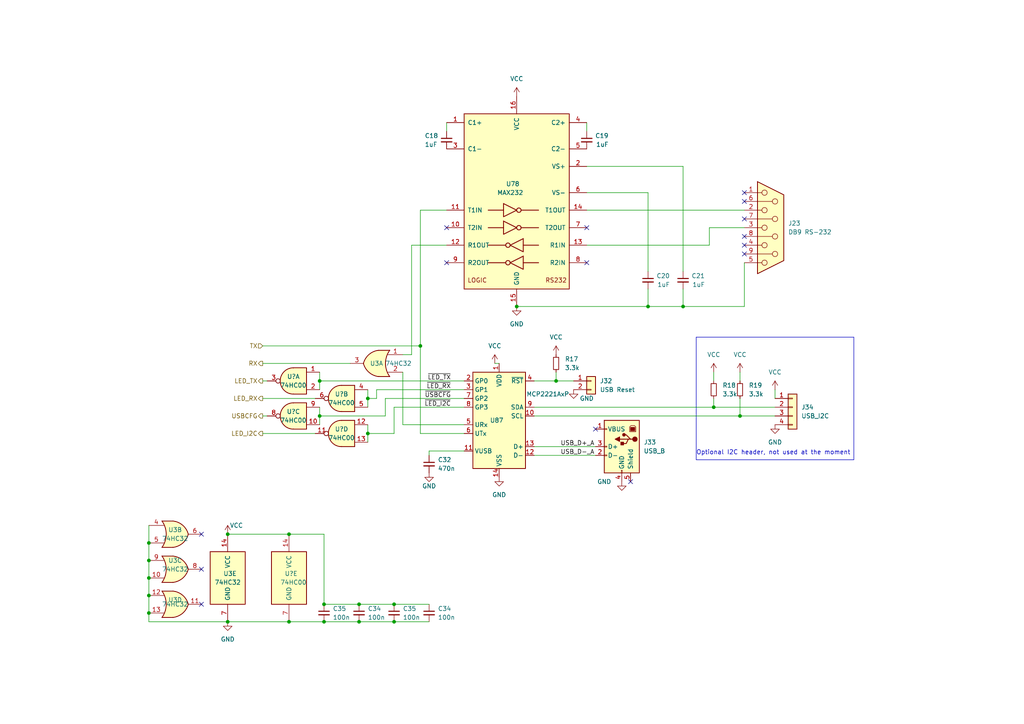
<source format=kicad_sch>
(kicad_sch (version 20230121) (generator eeschema)
  (paper "A4")
  (lib_symbols
    (symbol "74xx:74HC00" (pin_names (offset 1.016))
      (property "Reference" "U" (at 0 1.27 0))
      (property "Value" "74HC00" (at 0 -1.27 0))
      (symbol "74HC00_1_1"
        (pin input line (at -7.62 2.54 0) (length 3.81) (name "~") (number "1"))
        (pin input line (at -7.62 -2.54 0) (length 3.81) (name "~") (number "2"))
        (pin output inverted (at 7.62 0 180) (length 3.81) (name "~") (number "3"))
      )
      (symbol "74HC00_1_2"
        (pin input inverted (at -7.62 2.54 0) (length 4.318) (name "~") (number "1"))
        (pin input inverted (at -7.62 -2.54 0) (length 4.318) (name "~") (number "2"))
        (pin output line (at 7.62 0 180) (length 3.81) (name "~") (number "3"))
      )
      (symbol "74HC00_2_1"
        (pin input line (at -7.62 2.54 0) (length 3.81) (name "~") (number "4"))
        (pin input line (at -7.62 -2.54 0) (length 3.81) (name "~") (number "5"))
        (pin output inverted (at 7.62 0 180) (length 3.81) (name "~") (number "6"))
      )
      (symbol "74HC00_2_2"
        (pin input inverted (at -7.62 2.54 0) (length 4.318) (name "~") (number "4"))
        (pin input inverted (at -7.62 -2.54 0) (length 4.318) (name "~") (number "5"))
        (pin output line (at 7.62 0 180) (length 3.81) (name "~") (number "6"))
      )
      (symbol "74HC00_3_1"
        (pin input line (at -7.62 -2.54 0) (length 3.81) (name "~") (number "10"))
        (pin output inverted (at 7.62 0 180) (length 3.81) (name "~") (number "8"))
        (pin input line (at -7.62 2.54 0) (length 3.81) (name "~") (number "9"))
      )
      (symbol "74HC00_3_2"
        (pin input inverted (at -7.62 -2.54 0) (length 4.318) (name "~") (number "10"))
        (pin output line (at 7.62 0 180) (length 3.81) (name "~") (number "8"))
        (pin input inverted (at -7.62 2.54 0) (length 4.318) (name "~") (number "9"))
      )
      (symbol "74HC00_4_1"
        (pin output inverted (at 7.62 0 180) (length 3.81) (name "~") (number "11"))
        (pin input line (at -7.62 2.54 0) (length 3.81) (name "~") (number "12"))
        (pin input line (at -7.62 -2.54 0) (length 3.81) (name "~") (number "13"))
      )
      (symbol "74HC00_4_2"
        (pin output line (at 7.62 0 180) (length 3.81) (name "~") (number "11"))
        (pin input inverted (at -7.62 2.54 0) (length 4.318) (name "~") (number "12"))
        (pin input inverted (at -7.62 -2.54 0) (length 4.318) (name "~") (number "13"))
      )
      (symbol "74HC00_5_0"
        (pin power_in line (at 0 12.7 270) (length 5.08) (name "VCC") (number "14"))
        (pin power_in line (at 0 -12.7 90) (length 5.08) (name "GND") (number "7"))
      )
    )
    (symbol "Connector:DE9_Receptacle" (pin_names (offset 1.016) hide)
      (property "Reference" "J" (at 0 13.97 0))
      (property "Value" "DE9_Receptacle" (at 0 -14.605 0))
      (symbol "DE9_Receptacle_1_1"
        (pin passive line (at -7.62 10.16 0) (length 3.81) (name "1") (number "1"))
        (pin passive line (at -7.62 5.08 0) (length 3.81) (name "2") (number "2"))
        (pin passive line (at -7.62 0 0) (length 3.81) (name "3") (number "3"))
        (pin passive line (at -7.62 -5.08 0) (length 3.81) (name "4") (number "4"))
        (pin passive line (at -7.62 -10.16 0) (length 3.81) (name "5") (number "5"))
        (pin passive line (at -7.62 7.62 0) (length 3.81) (name "6") (number "6"))
        (pin passive line (at -7.62 2.54 0) (length 3.81) (name "7") (number "7"))
        (pin passive line (at -7.62 -2.54 0) (length 3.81) (name "8") (number "8"))
        (pin passive line (at -7.62 -7.62 0) (length 3.81) (name "9") (number "9"))
      )
    )
    (symbol "Connector_Generic:Conn_01x02" (pin_names (offset 1.016) hide)
      (property "Reference" "J" (at 0 2.54 0))
      (property "Value" "Conn_01x02" (at 0 -5.08 0))
      (symbol "Conn_01x02_1_1"
        (pin passive line (at -5.08 0 0) (length 3.81) (name "Pin_1") (number "1"))
        (pin passive line (at -5.08 -2.54 0) (length 3.81) (name "Pin_2") (number "2"))
      )
    )
    (symbol "Connector_Generic:Conn_01x04" (pin_names (offset 1.016) hide)
      (property "Reference" "J" (at 0 5.08 0))
      (property "Value" "Conn_01x04" (at 0 -7.62 0))
      (symbol "Conn_01x04_1_1"
        (pin passive line (at -5.08 2.54 0) (length 3.81) (name "Pin_1") (number "1"))
        (pin passive line (at -5.08 0 0) (length 3.81) (name "Pin_2") (number "2"))
        (pin passive line (at -5.08 -2.54 0) (length 3.81) (name "Pin_3") (number "3"))
        (pin passive line (at -5.08 -5.08 0) (length 3.81) (name "Pin_4") (number "4"))
      )
    )
    (symbol "Device:C_Small" (pin_numbers hide) (pin_names (offset 0.254) hide)
      (property "Reference" "C" (at 0.254 1.778 0))
      (property "Value" "C_Small" (at 0.254 -2.032 0))
      (symbol "C_Small_1_1"
        (pin passive line (at 0 2.54 270) (length 2.032) (name "~") (number "1"))
        (pin passive line (at 0 -2.54 90) (length 2.032) (name "~") (number "2"))
      )
    )
    (symbol "Device:R_Small" (pin_numbers hide) (pin_names (offset 0.254) hide)
      (property "Reference" "R" (at 0.762 0.508 0))
      (property "Value" "R_Small" (at 0.762 -1.016 0))
      (symbol "R_Small_1_1"
        (pin passive line (at 0 2.54 270) (length 0.762) (name "~") (number "1"))
        (pin passive line (at 0 -2.54 90) (length 0.762) (name "~") (number "2"))
      )
    )
    (symbol "Interface_UART:MAX232" (pin_names (offset 1.016))
      (property "Reference" "U" (at -2.54 28.575 0))
      (property "Value" "MAX232" (at -2.54 26.67 0))
      (symbol "MAX232_0_0"
        (text "LOGIC" (at -11.43 -22.86 0) (effects (font (size 1.27 1.27))))
        (text "RS232" (at 11.43 -22.86 0) (effects (font (size 1.27 1.27))))
      )
      (symbol "MAX232_1_1"
        (pin passive line (at -20.32 22.86 0) (length 5.08) (name "C1+") (number "1"))
        (pin input line (at -20.32 -7.62 0) (length 5.08) (name "T2IN") (number "10"))
        (pin input line (at -20.32 -2.54 0) (length 5.08) (name "T1IN") (number "11"))
        (pin output line (at -20.32 -12.7 0) (length 5.08) (name "R1OUT") (number "12"))
        (pin input line (at 20.32 -12.7 180) (length 5.08) (name "R1IN") (number "13"))
        (pin output line (at 20.32 -2.54 180) (length 5.08) (name "T1OUT") (number "14"))
        (pin power_in line (at 0 -30.48 90) (length 5.08) (name "GND") (number "15"))
        (pin power_in line (at 0 30.48 270) (length 5.08) (name "VCC") (number "16"))
        (pin power_out line (at 20.32 10.16 180) (length 5.08) (name "VS+") (number "2"))
        (pin passive line (at -20.32 15.24 0) (length 5.08) (name "C1-") (number "3"))
        (pin passive line (at 20.32 22.86 180) (length 5.08) (name "C2+") (number "4"))
        (pin passive line (at 20.32 15.24 180) (length 5.08) (name "C2-") (number "5"))
        (pin power_out line (at 20.32 2.54 180) (length 5.08) (name "VS-") (number "6"))
        (pin output line (at 20.32 -7.62 180) (length 5.08) (name "T2OUT") (number "7"))
        (pin input line (at 20.32 -17.78 180) (length 5.08) (name "R2IN") (number "8"))
        (pin output line (at -20.32 -17.78 0) (length 5.08) (name "R2OUT") (number "9"))
      )
    )
    (symbol "Vega816:74HC32" (pin_names (offset 1.016))
      (property "Reference" "U" (at 0 1.27 0))
      (property "Value" "74HC32" (at 0 -1.27 0))
      (symbol "74HC32_1_1"
        (pin input line (at -7.62 2.54 0) (length 4.318) (name "~") (number "1"))
        (pin input line (at -7.62 -2.54 0) (length 4.318) (name "~") (number "2"))
        (pin output line (at 7.62 0 180) (length 3.81) (name "~") (number "3"))
      )
      (symbol "74HC32_1_2"
        (pin input inverted (at -7.62 2.54 0) (length 3.81) (name "~") (number "1"))
        (pin input inverted (at -7.62 -2.54 0) (length 3.81) (name "~") (number "2"))
        (pin output inverted (at 7.62 0 180) (length 3.81) (name "~") (number "3"))
      )
      (symbol "74HC32_2_1"
        (pin input line (at -7.62 2.54 0) (length 4.318) (name "~") (number "4"))
        (pin input line (at -7.62 -2.54 0) (length 4.318) (name "~") (number "5"))
        (pin output line (at 7.62 0 180) (length 3.81) (name "~") (number "6"))
      )
      (symbol "74HC32_2_2"
        (pin input inverted (at -7.62 2.54 0) (length 3.81) (name "~") (number "4"))
        (pin input inverted (at -7.62 -2.54 0) (length 3.81) (name "~") (number "5"))
        (pin output inverted (at 7.62 0 180) (length 3.81) (name "~") (number "6"))
      )
      (symbol "74HC32_3_1"
        (pin input line (at -7.62 -2.54 0) (length 4.318) (name "~") (number "10"))
        (pin output line (at 7.62 0 180) (length 3.81) (name "~") (number "8"))
        (pin input line (at -7.62 2.54 0) (length 4.318) (name "~") (number "9"))
      )
      (symbol "74HC32_3_2"
        (pin input inverted (at -7.62 -2.54 0) (length 3.81) (name "~") (number "10"))
        (pin output inverted (at 7.62 0 180) (length 3.81) (name "~") (number "8"))
        (pin input inverted (at -7.62 2.54 0) (length 3.81) (name "~") (number "9"))
      )
      (symbol "74HC32_4_1"
        (pin output line (at 7.62 0 180) (length 3.81) (name "~") (number "11"))
        (pin input line (at -7.62 2.54 0) (length 4.318) (name "~") (number "12"))
        (pin input line (at -7.62 -2.54 0) (length 4.318) (name "~") (number "13"))
      )
      (symbol "74HC32_4_2"
        (pin output inverted (at 7.62 0 180) (length 3.81) (name "~") (number "11"))
        (pin input inverted (at -7.62 2.54 0) (length 3.81) (name "~") (number "12"))
        (pin input inverted (at -7.62 -2.54 0) (length 3.81) (name "~") (number "13"))
      )
      (symbol "74HC32_5_0"
        (pin power_in line (at 0 12.7 270) (length 5.08) (name "VCC") (number "14"))
        (pin power_in line (at 0 -12.7 90) (length 5.08) (name "GND") (number "7"))
      )
    )
    (symbol "Vega816:MCP2221AxP"
      (property "Reference" "U87" (at -1.27 1.27 0))
      (property "Value" "MCP2221AxP" (at -20.32 8.89 0))
      (symbol "MCP2221AxP_1_1"
        (pin power_in line (at 0 17.78 270) (length 2.54) (name "VDD") (number "1"))
        (pin bidirectional line (at -10.16 2.54 0) (length 2.54) (name "SCL") (number "10"))
        (pin passive line (at 10.16 -7.62 180) (length 2.54) (name "VUSB") (number "11"))
        (pin bidirectional line (at -10.16 -8.89 0) (length 2.54) (name "D-") (number "12"))
        (pin bidirectional line (at -10.16 -6.35 0) (length 2.54) (name "D+") (number "13"))
        (pin power_in line (at 0 -15.24 90) (length 2.54) (name "VSS") (number "14"))
        (pin bidirectional line (at 10.16 12.7 180) (length 2.54) (name "GP0") (number "2"))
        (pin bidirectional line (at 10.16 10.16 180) (length 2.54) (name "GP1") (number "3"))
        (pin input line (at -10.16 12.7 0) (length 2.54) (name "~{RST}") (number "4"))
        (pin output line (at 10.16 0 180) (length 2.54) (name "URx") (number "5"))
        (pin input line (at 10.16 -2.54 180) (length 2.54) (name "UTx") (number "6"))
        (pin bidirectional line (at 10.16 7.62 180) (length 2.54) (name "GP2") (number "7"))
        (pin bidirectional line (at 10.16 5.08 180) (length 2.54) (name "GP3") (number "8"))
        (pin bidirectional line (at -10.16 5.08 0) (length 2.54) (name "SDA") (number "9"))
      )
    )
    (symbol "Vega816:USB_B" (pin_names (offset 1.016))
      (property "Reference" "J34" (at -6.35 1.27 0))
      (property "Value" "USB_B" (at -6.35 -1.27 0))
      (symbol "USB_B_1_1"
        (pin power_out line (at 7.62 5.08 180) (length 2.54) (name "VBUS") (number "1"))
        (pin bidirectional line (at 7.62 -2.54 180) (length 2.54) (name "D-") (number "2"))
        (pin bidirectional line (at 7.62 0 180) (length 2.54) (name "D+") (number "3"))
        (pin power_in line (at 0 -10.16 90) (length 2.54) (name "GND") (number "4"))
        (pin passive line (at -2.54 -10.16 90) (length 2.54) (name "Shield") (number "5"))
      )
    )
    (symbol "power:GND" (power) (pin_names (offset 0))
      (property "Value" "GND" (at 0 -3.81 0))
      (symbol "GND_1_1"
        (pin power_in line (at 0 0 270) (length 0) hide (name "GND") (number "1"))
      )
    )
    (symbol "power:VCC" (power) (pin_names (offset 0))
      (property "Value" "VCC" (at 0 3.81 0))
      (symbol "VCC_1_1"
        (pin power_in line (at 0 0 90) (length 0) hide (name "VCC") (number "1"))
      )
    )
  )
  (junction (at 214.63 120.65))
  (junction (at 187.96 88.9))
  (junction (at 93.98 175.26))
  (junction (at 114.3 180.34))
  (junction (at 207.01 118.11))
  (junction (at 161.29 110.49))
  (junction (at 106.68 115.57))
  (junction (at 83.82 180.34))
  (junction (at 43.18 172.72))
  (junction (at 104.14 180.34))
  (junction (at 66.04 180.34))
  (junction (at 121.92 100.33))
  (junction (at 43.18 177.8))
  (junction (at 104.14 175.26))
  (junction (at 198.12 88.9))
  (junction (at 83.82 154.94))
  (junction (at 43.18 162.56))
  (junction (at 93.98 180.34))
  (junction (at 92.71 110.49))
  (junction (at 92.71 120.65))
  (junction (at 149.86 88.9))
  (junction (at 43.18 157.48))
  (junction (at 114.3 175.26))
  (junction (at 43.18 167.64))
  (junction (at 106.68 125.73))
  (junction (at 66.04 154.94))
  (no_connect (at 58.42 154.94))
  (no_connect (at 215.9 55.88))
  (no_connect (at 58.42 165.1))
  (no_connect (at 215.9 71.12))
  (no_connect (at 215.9 58.42))
  (no_connect (at 172.72 124.46))
  (no_connect (at 215.9 68.58))
  (no_connect (at 170.18 66.04))
  (no_connect (at 170.18 76.2))
  (no_connect (at 129.54 66.04))
  (no_connect (at 182.88 139.7))
  (no_connect (at 129.54 76.2))
  (no_connect (at 215.9 63.5))
  (no_connect (at 215.9 73.66))
  (no_connect (at 58.42 175.26))
  (wire (pts (xy 106.68 123.19) (xy 106.68 125.73)))
  (wire (pts (xy 76.2 105.41) (xy 101.6 105.41)))
  (wire (pts (xy 43.18 180.34) (xy 66.04 180.34)))
  (wire (pts (xy 93.98 154.94) (xy 83.82 154.94)))
  (wire (pts (xy 109.22 115.57) (xy 109.22 113.03)))
  (wire (pts (xy 187.96 83.82) (xy 187.96 88.9)))
  (wire (pts (xy 43.18 167.64) (xy 43.18 172.72)))
  (wire (pts (xy 198.12 83.82) (xy 198.12 88.9)))
  (wire (pts (xy 170.18 35.56) (xy 170.18 38.1)))
  (wire (pts (xy 111.76 120.65) (xy 111.76 115.57)))
  (wire (pts (xy 106.68 115.57) (xy 109.22 115.57)))
  (wire (pts (xy 66.04 180.34) (xy 83.82 180.34)))
  (wire (pts (xy 114.3 180.34) (xy 124.46 180.34)))
  (wire (pts (xy 76.2 120.65) (xy 77.47 120.65)))
  (wire (pts (xy 92.71 107.95) (xy 92.71 110.49)))
  (wire (pts (xy 43.18 172.72) (xy 43.18 177.8)))
  (polyline (pts (xy 201.93 97.79) (xy 247.65 97.79)))
  (wire (pts (xy 154.94 132.08) (xy 172.72 132.08)))
  (wire (pts (xy 215.9 76.2) (xy 215.9 88.9)))
  (wire (pts (xy 205.74 66.04) (xy 215.9 66.04)))
  (polyline (pts (xy 201.93 97.79) (xy 201.93 133.35)))
  (wire (pts (xy 224.79 113.03) (xy 224.79 115.57)))
  (wire (pts (xy 170.18 60.96) (xy 215.9 60.96)))
  (wire (pts (xy 170.18 55.88) (xy 187.96 55.88)))
  (polyline (pts (xy 247.65 133.35) (xy 247.65 97.79)))
  (wire (pts (xy 119.38 102.87) (xy 119.38 71.12)))
  (wire (pts (xy 114.3 118.11) (xy 134.62 118.11)))
  (wire (pts (xy 214.63 120.65) (xy 224.79 120.65)))
  (wire (pts (xy 111.76 115.57) (xy 134.62 115.57)))
  (wire (pts (xy 198.12 88.9) (xy 215.9 88.9)))
  (wire (pts (xy 106.68 115.57) (xy 106.68 118.11)))
  (wire (pts (xy 161.29 110.49) (xy 166.37 110.49)))
  (wire (pts (xy 124.46 130.81) (xy 134.62 130.81)))
  (wire (pts (xy 104.14 175.26) (xy 114.3 175.26)))
  (wire (pts (xy 43.18 177.8) (xy 43.18 180.34)))
  (wire (pts (xy 121.92 125.73) (xy 121.92 100.33)))
  (wire (pts (xy 214.63 120.65) (xy 214.63 115.57)))
  (wire (pts (xy 76.2 125.73) (xy 91.44 125.73)))
  (wire (pts (xy 114.3 125.73) (xy 114.3 118.11)))
  (wire (pts (xy 154.94 129.54) (xy 172.72 129.54)))
  (wire (pts (xy 129.54 35.56) (xy 129.54 38.1)))
  (wire (pts (xy 43.18 157.48) (xy 43.18 162.56)))
  (wire (pts (xy 119.38 71.12) (xy 129.54 71.12)))
  (wire (pts (xy 116.84 107.95) (xy 116.84 123.19)))
  (wire (pts (xy 207.01 118.11) (xy 224.79 118.11)))
  (wire (pts (xy 170.18 48.26) (xy 198.12 48.26)))
  (wire (pts (xy 92.71 120.65) (xy 92.71 123.19)))
  (wire (pts (xy 161.29 110.49) (xy 154.94 110.49)))
  (wire (pts (xy 207.01 118.11) (xy 207.01 115.57)))
  (wire (pts (xy 134.62 125.73) (xy 121.92 125.73)))
  (wire (pts (xy 161.29 107.95) (xy 161.29 110.49)))
  (wire (pts (xy 121.92 100.33) (xy 121.92 60.96)))
  (wire (pts (xy 76.2 115.57) (xy 91.44 115.57)))
  (wire (pts (xy 92.71 110.49) (xy 92.71 113.03)))
  (wire (pts (xy 76.2 100.33) (xy 121.92 100.33)))
  (wire (pts (xy 154.94 120.65) (xy 214.63 120.65)))
  (wire (pts (xy 93.98 175.26) (xy 93.98 154.94)))
  (wire (pts (xy 104.14 180.34) (xy 114.3 180.34)))
  (wire (pts (xy 170.18 71.12) (xy 205.74 71.12)))
  (wire (pts (xy 106.68 125.73) (xy 114.3 125.73)))
  (wire (pts (xy 214.63 110.49) (xy 214.63 107.95)))
  (wire (pts (xy 198.12 48.26) (xy 198.12 78.74)))
  (wire (pts (xy 109.22 113.03) (xy 134.62 113.03)))
  (wire (pts (xy 207.01 110.49) (xy 207.01 107.95)))
  (wire (pts (xy 106.68 125.73) (xy 106.68 128.27)))
  (wire (pts (xy 121.92 60.96) (xy 129.54 60.96)))
  (wire (pts (xy 106.68 113.03) (xy 106.68 115.57)))
  (wire (pts (xy 187.96 55.88) (xy 187.96 78.74)))
  (wire (pts (xy 92.71 110.49) (xy 134.62 110.49)))
  (wire (pts (xy 92.71 120.65) (xy 111.76 120.65)))
  (wire (pts (xy 124.46 130.81) (xy 124.46 132.08)))
  (wire (pts (xy 144.78 105.41) (xy 143.51 105.41)))
  (wire (pts (xy 93.98 175.26) (xy 104.14 175.26)))
  (wire (pts (xy 76.2 110.49) (xy 77.47 110.49)))
  (wire (pts (xy 187.96 88.9) (xy 198.12 88.9)))
  (wire (pts (xy 187.96 88.9) (xy 149.86 88.9)))
  (wire (pts (xy 92.71 118.11) (xy 92.71 120.65)))
  (polyline (pts (xy 201.93 133.35) (xy 247.65 133.35)))
  (wire (pts (xy 43.18 162.56) (xy 43.18 167.64)))
  (wire (pts (xy 93.98 180.34) (xy 104.14 180.34)))
  (wire (pts (xy 205.74 71.12) (xy 205.74 66.04)))
  (wire (pts (xy 116.84 123.19) (xy 134.62 123.19)))
  (wire (pts (xy 154.94 118.11) (xy 207.01 118.11)))
  (wire (pts (xy 116.84 102.87) (xy 119.38 102.87)))
  (wire (pts (xy 114.3 175.26) (xy 124.46 175.26)))
  (wire (pts (xy 83.82 154.94) (xy 66.04 154.94)))
  (wire (pts (xy 43.18 152.4) (xy 43.18 157.48)))
  (wire (pts (xy 83.82 180.34) (xy 93.98 180.34)))
  (text "Optional I2C header, not used at the moment" (at 201.93 132.08 0) (effects (font (size 1.27 1.27)) (justify left bottom)))
  (label "~{LED_I2C}" (at 130.81 118.11 180))
  (label "~{LED_TX}" (at 130.81 110.49 180))
  (label "~{LED_RX}" (at 130.81 113.03 180))
  (label "USB_D+_A" (at 162.56 129.54 0))
  (label "USB_D-_A" (at 162.56 132.08 0))
  (label "~{USBCFG}" (at 130.81 115.57 180))
  (hierarchical_label "LED_TX" (shape output) (at 76.2 110.49 180))
  (hierarchical_label "USBCFG" (shape output) (at 76.2 120.65 180))
  (hierarchical_label "RX" (shape output) (at 76.2 105.41 180))
  (hierarchical_label "LED_RX" (shape output) (at 76.2 115.57 180))
  (hierarchical_label "LED_I2C" (shape output) (at 76.2 125.73 180))
  (hierarchical_label "TX" (shape input) (at 76.2 100.33 180))
  (symbol (lib_id "Device:R_Small") (at 161.29 105.41 0) (unit 1)
    (property "Reference" "R17" (at 163.83 104.1399 0) (effects (justify left)))
    (property "Value" "3.3k" (at 163.83 106.6799 0) (effects (justify left)))
    (instances (project "Vega816" (path "" (reference "R17") (unit 1)) (path "" (reference "R17") (unit 1)) (path "" (reference "R17") (unit 1)) (path "" (reference "R17") (unit 1)) (path "" (reference "R17") (unit 1)) (path "" (reference "R11") (unit 1)) (path "" (reference "R2") (unit 1))) (project "IOBus" (path "" (reference "R1") (unit 1)) (path "" (reference "R4") (unit 1))) (project "XR88C192_UART" (path "" (reference "R2") (unit 1))) (project "System Devices" (path "" (reference "R18") (unit 1)) (path "" (reference "R?") (unit 1)) (path "" (reference "R?") (unit 1))))
  )
  (symbol (lib_id "Vega816:74HC32") (at 50.8 175.26 0) (unit 4)
    (property "Reference" "U3" (at 50.8 173.99 0))
    (property "Value" "74HC32" (at 50.8 175.26 0))
    (property "Footprint" "Package_DIP:DIP-14_W7.62mm_Socket" (effects hide))
    (property "Datasheet" "https://www.ti.com/lit/gpn/sn74hc32" (effects hide))
    (instances (project "Vega816" (path "" (reference "U3") (unit 4)) (path "" (reference "U3") (unit 4)) (path "" (reference "U3") (unit 4)) (path "" (reference "U3") (unit 4))) (project "IOBus" (path "" (reference "U11") (unit 4)) (path "" (reference "U15") (unit 4))) (project "XR88C192_UART" (path "" (reference "U3") (unit 4))) (project "System Devices" (path "" (reference "U7") (unit 4)) (path "" (reference "U?") (unit 4)) (path "" (reference "U?") (unit 4))))
  )
  (symbol (lib_id "Device:C_Small") (at 129.54 40.64 0) (unit 1)
    (property "Reference" "C18" (at 123.19 39.3763 0) (effects (justify left)))
    (property "Value" "1uF" (at 123.19 41.9163 0) (effects (justify left)))
    (instances (project "Vega816" (path "" (reference "C18") (unit 1)) (path "" (reference "C18") (unit 1)) (path "" (reference "C18") (unit 1)) (path "" (reference "C18") (unit 1)) (path "" (reference "C18") (unit 1)) (path "" (reference "C51") (unit 1)) (path "" (reference "C49") (unit 1))) (project "IOBus" (path "" (reference "C13") (unit 1)) (path "" (reference "C22") (unit 1))) (project "XR88C192_UART" (path "" (reference "C4") (unit 1))) (project "System Devices" (path "" (reference "C19") (unit 1)) (path "" (reference "C?") (unit 1)) (path "" (reference "C?") (unit 1))))
  )
  (symbol (lib_id "Vega816:MCP2221AxP") (at 144.78 123.19 0) (mirror y) (unit 1)
    (property "Reference" "U87" (at 146.05 121.92 0) (effects (justify left)))
    (property "Value" "MCP2221AxP" (at 165.1 114.3 0) (effects (justify left)))
    (property "Footprint" "Package_DIP:DIP-14_W7.62mm" (effects hide))
    (property "Datasheet" "http://ww1.microchip.com/downloads/en/DeviceDoc/20005565B.pdf" (effects hide))
    (instances (project "Vega816" (path "" (reference "U87") (unit 1)) (path "" (reference "U87") (unit 1)) (path "" (reference "U87") (unit 1)) (path "" (reference "U87") (unit 1)) (path "" (reference "U87") (unit 1)) (path "" (reference "U?") (unit 1)) (path "" (reference "U106") (unit 1))) (project "IOBus" (path "" (reference "U13") (unit 1)) (path "" (reference "U17") (unit 1))) (project "XR88C192_UART" (path "" (reference "U6") (unit 1))) (project "System Devices" (path "" (reference "U88") (unit 1)) (path "" (reference "U?") (unit 1)) (path "" (reference "U?") (unit 1))))
  )
  (symbol (lib_id "power:VCC") (at 149.86 27.94 0) (mirror y) (unit 1)
    (property "Reference" "#PWR0129" (effects hide))
    (property "Value" "VCC" (at 149.86 22.86 0))
    (instances (project "Vega816" (path "" (reference "#PWR0129") (unit 1)) (path "" (reference "#PWR0129") (unit 1)) (path "" (reference "#PWR0129") (unit 1)) (path "" (reference "#PWR0129") (unit 1)) (path "" (reference "#PWR0129") (unit 1)) (path "" (reference "#PWR0245") (unit 1)) (path "" (reference "#PWR0244") (unit 1))) (project "IOBus" (path "" (reference "#PWR057") (unit 1)) (path "" (reference "#PWR071") (unit 1))) (project "XR88C192_UART" (path "" (reference "#PWR017") (unit 1))) (project "System Devices" (path "" (reference "#PWR0133") (unit 1)) (path "" (reference "#PWR?") (unit 1)) (path "" (reference "#PWR?") (unit 1))))
  )
  (symbol (lib_id "power:GND") (at 124.46 137.16 0) (unit 1)
    (property "Reference" "#PWR0177" (effects hide))
    (property "Value" "GND" (at 124.46 140.97 0))
    (instances (project "Vega816" (path "" (reference "#PWR0177") (unit 1)) (path "" (reference "#PWR0177") (unit 1)) (path "" (reference "#PWR0177") (unit 1)) (path "" (reference "#PWR0177") (unit 1)) (path "" (reference "#PWR0177") (unit 1)) (path "" (reference "#PWR0238") (unit 1)) (path "" (reference "#PWR0240") (unit 1))) (project "IOBus" (path "" (reference "#PWR054") (unit 1)) (path "" (reference "#PWR068") (unit 1))) (project "XR88C192_UART" (path "" (reference "#PWR010") (unit 1))) (project "System Devices" (path "" (reference "#PWR0178") (unit 1)) (path "" (reference "#PWR?") (unit 1)) (path "" (reference "#PWR?") (unit 1))))
  )
  (symbol (lib_id "Device:R_Small") (at 214.63 113.03 0) (unit 1)
    (property "Reference" "R19" (at 217.17 111.7599 0) (effects (justify left)))
    (property "Value" "3.3k" (at 217.17 114.2999 0) (effects (justify left)))
    (instances (project "Vega816" (path "" (reference "R19") (unit 1)) (path "" (reference "R19") (unit 1)) (path "" (reference "R19") (unit 1)) (path "" (reference "R19") (unit 1)) (path "" (reference "R19") (unit 1)) (path "" (reference "R29") (unit 1)) (path "" (reference "R12") (unit 1))) (project "IOBus" (path "" (reference "R3") (unit 1)) (path "" (reference "R6") (unit 1))) (project "XR88C192_UART" (path "" (reference "R6") (unit 1))) (project "System Devices" (path "" (reference "R22") (unit 1)) (path "" (reference "R?") (unit 1)) (path "" (reference "R?") (unit 1))))
  )
  (symbol (lib_id "Vega816:USB_B") (at 180.34 129.54 0) (mirror y) (unit 1)
    (property "Reference" "J33" (at 186.69 128.27 0) (effects (justify right)))
    (property "Value" "USB_B" (at 186.69 130.81 0) (effects (justify right)))
    (property "Datasheet" " ~" (effects hide))
    (instances (project "Vega816" (path "" (reference "J33") (unit 1)) (path "" (reference "J33") (unit 1)) (path "" (reference "J33") (unit 1)) (path "" (reference "J33") (unit 1)) (path "" (reference "J33") (unit 1)) (path "" (reference "J39") (unit 1)) (path "" (reference "J30") (unit 1))) (project "IOBus" (path "" (reference "J20") (unit 1)) (path "" (reference "J24") (unit 1))) (project "XR88C192_UART" (path "" (reference "J6") (unit 1))) (project "System Devices" (path "" (reference "J35") (unit 1)) (path "" (reference "J?") (unit 1)) (path "" (reference "J?") (unit 1))))
  )
  (symbol (lib_id "power:GND") (at 166.37 113.03 0) (mirror y) (unit 1)
    (property "Reference" "#PWR0183" (effects hide))
    (property "Value" "GND" (at 170.18 115.57 0))
    (instances (project "Vega816" (path "" (reference "#PWR0183") (unit 1)) (path "" (reference "#PWR0183") (unit 1)) (path "" (reference "#PWR0183") (unit 1)) (path "" (reference "#PWR0183") (unit 1)) (path "" (reference "#PWR0183") (unit 1)) (path "" (reference "#PWR0250") (unit 1)) (path "" (reference "#PWR0247") (unit 1))) (project "IOBus" (path "" (reference "#PWR060") (unit 1)) (path "" (reference "#PWR074") (unit 1))) (project "XR88C192_UART" (path "" (reference "#PWR022") (unit 1))) (project "System Devices" (path "" (reference "#PWR0187") (unit 1)) (path "" (reference "#PWR?") (unit 1)) (path "" (reference "#PWR?") (unit 1))))
  )
  (symbol (lib_id "Device:C_Small") (at 170.18 40.64 0) (mirror y) (unit 1)
    (property "Reference" "C19" (at 176.53 39.3763 0) (effects (justify left)))
    (property "Value" "1uF" (at 176.53 41.9163 0) (effects (justify left)))
    (instances (project "Vega816" (path "" (reference "C19") (unit 1)) (path "" (reference "C19") (unit 1)) (path "" (reference "C19") (unit 1)) (path "" (reference "C19") (unit 1)) (path "" (reference "C19") (unit 1)) (path "" (reference "C53") (unit 1)) (path "" (reference "C50") (unit 1))) (project "IOBus" (path "" (reference "C14") (unit 1)) (path "" (reference "C23") (unit 1))) (project "XR88C192_UART" (path "" (reference "C6") (unit 1))) (project "System Devices" (path "" (reference "C21") (unit 1)) (path "" (reference "C?") (unit 1)) (path "" (reference "C?") (unit 1))))
  )
  (symbol (lib_id "Device:C_Small") (at 187.96 81.28 0) (mirror y) (unit 1)
    (property "Reference" "C20" (at 194.31 80.0163 0) (effects (justify left)))
    (property "Value" "1uF" (at 194.31 82.5563 0) (effects (justify left)))
    (instances (project "Vega816" (path "" (reference "C20") (unit 1)) (path "" (reference "C20") (unit 1)) (path "" (reference "C20") (unit 1)) (path "" (reference "C20") (unit 1)) (path "" (reference "C20") (unit 1)) (path "" (reference "C55") (unit 1)) (path "" (reference "C51") (unit 1))) (project "IOBus" (path "" (reference "C15") (unit 1)) (path "" (reference "C24") (unit 1))) (project "XR88C192_UART" (path "" (reference "C8") (unit 1))) (project "System Devices" (path "" (reference "C23") (unit 1)) (path "" (reference "C?") (unit 1)) (path "" (reference "C?") (unit 1))))
  )
  (symbol (lib_id "Vega816:74HC32") (at 109.22 105.41 0) (mirror y) (unit 1)
    (property "Reference" "U3" (at 109.22 105.41 0))
    (property "Value" "74HC32" (at 115.57 105.41 0))
    (property "Footprint" "Package_DIP:DIP-14_W7.62mm_Socket" (effects hide))
    (property "Datasheet" "https://www.ti.com/lit/gpn/sn74hc32" (effects hide))
    (instances (project "Vega816" (path "" (reference "U3") (unit 1)) (path "" (reference "U3") (unit 1)) (path "" (reference "U3") (unit 1)) (path "" (reference "U3") (unit 1))) (project "IOBus" (path "" (reference "U11") (unit 1)) (path "" (reference "U15") (unit 1))) (project "XR88C192_UART" (path "" (reference "U3") (unit 1))) (project "System Devices" (path "" (reference "U7") (unit 1)) (path "" (reference "U?") (unit 1)) (path "" (reference "U?") (unit 1))))
  )
  (symbol (lib_id "power:VCC") (at 161.29 102.87 0) (mirror y) (unit 1)
    (property "Reference" "#PWR0182" (effects hide))
    (property "Value" "VCC" (at 161.29 97.79 0))
    (instances (project "Vega816" (path "" (reference "#PWR0182") (unit 1)) (path "" (reference "#PWR0182") (unit 1)) (path "" (reference "#PWR0182") (unit 1)) (path "" (reference "#PWR0182") (unit 1)) (path "" (reference "#PWR0182") (unit 1)) (path "" (reference "#PWR0248") (unit 1)) (path "" (reference "#PWR0246") (unit 1))) (project "IOBus" (path "" (reference "#PWR059") (unit 1)) (path "" (reference "#PWR073") (unit 1))) (project "XR88C192_UART" (path "" (reference "#PWR021") (unit 1))) (project "System Devices" (path "" (reference "#PWR0186") (unit 1)) (path "" (reference "#PWR?") (unit 1)) (path "" (reference "#PWR?") (unit 1))))
  )
  (symbol (lib_id "power:VCC") (at 207.01 107.95 0) (mirror y) (unit 1)
    (property "Reference" "#PWR0185" (effects hide))
    (property "Value" "VCC" (at 207.01 102.87 0))
    (instances (project "Vega816" (path "" (reference "#PWR0185") (unit 1)) (path "" (reference "#PWR0185") (unit 1)) (path "" (reference "#PWR0185") (unit 1)) (path "" (reference "#PWR0185") (unit 1)) (path "" (reference "#PWR0185") (unit 1)) (path "" (reference "#PWR0254") (unit 1)) (path "" (reference "#PWR0249") (unit 1))) (project "IOBus" (path "" (reference "#PWR062") (unit 1)) (path "" (reference "#PWR076") (unit 1))) (project "XR88C192_UART" (path "" (reference "#PWR026") (unit 1))) (project "System Devices" (path "" (reference "#PWR0191") (unit 1)) (path "" (reference "#PWR?") (unit 1)) (path "" (reference "#PWR?") (unit 1))))
  )
  (symbol (lib_id "power:GND") (at 144.78 138.43 0) (mirror y) (unit 1)
    (property "Reference" "#PWR0181" (effects hide))
    (property "Value" "GND" (at 144.78 143.51 0))
    (instances (project "Vega816" (path "" (reference "#PWR0181") (unit 1)) (path "" (reference "#PWR0181") (unit 1)) (path "" (reference "#PWR0181") (unit 1)) (path "" (reference "#PWR0181") (unit 1)) (path "" (reference "#PWR0181") (unit 1)) (path "" (reference "#PWR0242") (unit 1)) (path "" (reference "#PWR0243") (unit 1))) (project "IOBus" (path "" (reference "#PWR056") (unit 1)) (path "" (reference "#PWR070") (unit 1))) (project "XR88C192_UART" (path "" (reference "#PWR016") (unit 1))) (project "System Devices" (path "" (reference "#PWR0183") (unit 1)) (path "" (reference "#PWR?") (unit 1)) (path "" (reference "#PWR?") (unit 1))))
  )
  (symbol (lib_id "Device:C_Small") (at 93.98 177.8 0) (unit 1)
    (property "Reference" "C35" (at 96.52 176.5362 0) (effects (justify left)))
    (property "Value" "100n" (at 96.52 179.0762 0) (effects (justify left)))
    (instances (project "Vega816" (path "" (reference "C35") (unit 1)) (path "" (reference "C35") (unit 1)) (path "" (reference "C35") (unit 1)) (path "" (reference "C35") (unit 1)) (path "" (reference "C35") (unit 1)) (path "" (reference "C41") (unit 1))) (project "IOBus" (path "" (reference "C8") (unit 1)) (path "" (reference "C17") (unit 1))) (project "System Devices" (path "" (reference "C6") (unit 1)) (path "" (reference "C?") (unit 1)) (path "" (reference "C?") (unit 1))))
  )
  (symbol (lib_id "Vega816:74HC32") (at 50.8 165.1 0) (unit 3)
    (property "Reference" "U3" (at 50.8 162.56 0))
    (property "Value" "74HC32" (at 50.8 165.1 0))
    (property "Footprint" "Package_DIP:DIP-14_W7.62mm_Socket" (effects hide))
    (property "Datasheet" "https://www.ti.com/lit/gpn/sn74hc32" (effects hide))
    (instances (project "Vega816" (path "" (reference "U3") (unit 3)) (path "" (reference "U3") (unit 3)) (path "" (reference "U3") (unit 3)) (path "" (reference "U3") (unit 3))) (project "IOBus" (path "" (reference "U11") (unit 3)) (path "" (reference "U15") (unit 3))) (project "XR88C192_UART" (path "" (reference "U3") (unit 3))) (project "System Devices" (path "" (reference "U7") (unit 3)) (path "" (reference "U?") (unit 3)) (path "" (reference "U?") (unit 3))))
  )
  (symbol (lib_id "power:GND") (at 149.86 88.9 0) (mirror y) (unit 1)
    (property "Reference" "#PWR0130" (effects hide))
    (property "Value" "GND" (at 149.86 93.98 0))
    (instances (project "Vega816" (path "" (reference "#PWR0130") (unit 1)) (path "" (reference "#PWR0130") (unit 1)) (path "" (reference "#PWR0130") (unit 1)) (path "" (reference "#PWR0130") (unit 1)) (path "" (reference "#PWR0130") (unit 1)) (path "" (reference "#PWR0246") (unit 1)) (path "" (reference "#PWR0245") (unit 1))) (project "IOBus" (path "" (reference "#PWR058") (unit 1)) (path "" (reference "#PWR072") (unit 1))) (project "XR88C192_UART" (path "" (reference "#PWR018") (unit 1))) (project "System Devices" (path "" (reference "#PWR0134") (unit 1)) (path "" (reference "#PWR?") (unit 1)) (path "" (reference "#PWR?") (unit 1))))
  )
  (symbol (lib_id "Device:C_Small") (at 124.46 134.62 0) (unit 1)
    (property "Reference" "C32" (at 127 133.3562 0) (effects (justify left)))
    (property "Value" "470n" (at 127 135.8962 0) (effects (justify left)))
    (instances (project "Vega816" (path "" (reference "C32") (unit 1)) (path "" (reference "C32") (unit 1)) (path "" (reference "C32") (unit 1)) (path "" (reference "C32") (unit 1)) (path "" (reference "C32") (unit 1)) (path "" (reference "C49") (unit 1)) (path "" (reference "C48") (unit 1))) (project "IOBus" (path "" (reference "C11") (unit 1)) (path "" (reference "C20") (unit 1))) (project "XR88C192_UART" (path "" (reference "C2") (unit 1))) (project "System Devices" (path "" (reference "C33") (unit 1)) (path "" (reference "C?") (unit 1)) (path "" (reference "C?") (unit 1))))
  )
  (symbol (lib_id "Device:C_Small") (at 114.3 177.8 0) (unit 1)
    (property "Reference" "C35" (at 116.84 176.5362 0) (effects (justify left)))
    (property "Value" "100n" (at 116.84 179.0762 0) (effects (justify left)))
    (instances (project "Vega816" (path "" (reference "C35") (unit 1)) (path "" (reference "C35") (unit 1)) (path "" (reference "C35") (unit 1)) (path "" (reference "C35") (unit 1)) (path "" (reference "C35") (unit 1)) (path "" (reference "C19") (unit 1))) (project "IOBus" (path "" (reference "C10") (unit 1)) (path "" (reference "C19") (unit 1))) (project "System Devices" (path "" (reference "C8") (unit 1)) (path "" (reference "C?") (unit 1)) (path "" (reference "C?") (unit 1))))
  )
  (symbol (lib_id "power:VCC") (at 224.79 113.03 0) (mirror y) (unit 1)
    (property "Reference" "#PWR0187" (effects hide))
    (property "Value" "VCC" (at 224.79 107.95 0))
    (instances (project "Vega816" (path "" (reference "#PWR0187") (unit 1)) (path "" (reference "#PWR0187") (unit 1)) (path "" (reference "#PWR0187") (unit 1)) (path "" (reference "#PWR0187") (unit 1)) (path "" (reference "#PWR0187") (unit 1)) (path "" (reference "#PWR0259") (unit 1)) (path "" (reference "#PWR0251") (unit 1))) (project "IOBus" (path "" (reference "#PWR064") (unit 1)) (path "" (reference "#PWR078") (unit 1))) (project "XR88C192_UART" (path "" (reference "#PWR033") (unit 1))) (project "System Devices" (path "" (reference "#PWR0198") (unit 1)) (path "" (reference "#PWR?") (unit 1)) (path "" (reference "#PWR?") (unit 1))))
  )
  (symbol (lib_id "Device:C_Small") (at 104.14 177.8 0) (unit 1)
    (property "Reference" "C34" (at 106.68 176.5362 0) (effects (justify left)))
    (property "Value" "100n" (at 106.68 179.0762 0) (effects (justify left)))
    (instances (project "Vega816" (path "" (reference "C34") (unit 1)) (path "" (reference "C34") (unit 1)) (path "" (reference "C34") (unit 1)) (path "" (reference "C34") (unit 1)) (path "" (reference "C34") (unit 1)) (path "" (reference "C18") (unit 1))) (project "IOBus" (path "" (reference "C9") (unit 1)) (path "" (reference "C18") (unit 1))) (project "System Devices" (path "" (reference "C7") (unit 1)) (path "" (reference "C?") (unit 1)) (path "" (reference "C?") (unit 1))))
  )
  (symbol (lib_id "74xx:74HC00") (at 83.82 167.64 0) (mirror y) (unit 5)
    (property "Reference" "U?" (at 82.55 166.37 0) (effects (justify right)))
    (property "Value" "74HC00" (at 81.28 168.91 0) (effects (justify right)))
    (property "Datasheet" "http://www.ti.com/lit/gpn/sn74hc00" (effects hide))
    (instances (project "Vega816" (path "" (reference "U?") (unit 5)) (path "" (reference "U?") (unit 5)) (path "" (reference "U?") (unit 5)) (path "" (reference "U?") (unit 5))) (project "IOBus" (path "" (reference "U12") (unit 5)) (path "" (reference "U16") (unit 5))) (project "System Devices" (path "" (reference "U?") (unit 5)) (path "" (reference "U?") (unit 5))))
  )
  (symbol (lib_id "power:VCC") (at 143.51 105.41 0) (mirror y) (unit 1)
    (property "Reference" "#PWR0180" (effects hide))
    (property "Value" "VCC" (at 143.51 100.33 0))
    (instances (project "Vega816" (path "" (reference "#PWR0180") (unit 1)) (path "" (reference "#PWR0180") (unit 1)) (path "" (reference "#PWR0180") (unit 1)) (path "" (reference "#PWR0180") (unit 1)) (path "" (reference "#PWR0180") (unit 1)) (path "" (reference "#PWR0241") (unit 1)) (path "" (reference "#PWR0242") (unit 1))) (project "IOBus" (path "" (reference "#PWR055") (unit 1)) (path "" (reference "#PWR069") (unit 1))) (project "XR88C192_UART" (path "" (reference "#PWR015") (unit 1))) (project "System Devices" (path "" (reference "#PWR0182") (unit 1)) (path "" (reference "#PWR?") (unit 1)) (path "" (reference "#PWR?") (unit 1))))
  )
  (symbol (lib_id "power:GND") (at 224.79 123.19 0) (mirror y) (unit 1)
    (property "Reference" "#PWR0188" (effects hide))
    (property "Value" "GND" (at 224.79 128.27 0))
    (instances (project "Vega816" (path "" (reference "#PWR0188") (unit 1)) (path "" (reference "#PWR0188") (unit 1)) (path "" (reference "#PWR0188") (unit 1)) (path "" (reference "#PWR0188") (unit 1)) (path "" (reference "#PWR0188") (unit 1)) (path "" (reference "#PWR0260") (unit 1)) (path "" (reference "#PWR0252") (unit 1))) (project "IOBus" (path "" (reference "#PWR065") (unit 1)) (path "" (reference "#PWR079") (unit 1))) (project "XR88C192_UART" (path "" (reference "#PWR034") (unit 1))) (project "System Devices" (path "" (reference "#PWR0199") (unit 1)) (path "" (reference "#PWR?") (unit 1)) (path "" (reference "#PWR?") (unit 1))))
  )
  (symbol (lib_id "power:GND") (at 180.34 139.7 0) (mirror y) (unit 1)
    (property "Reference" "#PWR0184" (effects hide))
    (property "Value" "GND" (at 175.26 139.7 0))
    (instances (project "Vega816" (path "" (reference "#PWR0184") (unit 1)) (path "" (reference "#PWR0184") (unit 1)) (path "" (reference "#PWR0184") (unit 1)) (path "" (reference "#PWR0184") (unit 1)) (path "" (reference "#PWR0184") (unit 1)) (path "" (reference "#PWR0252") (unit 1)) (path "" (reference "#PWR0248") (unit 1))) (project "IOBus" (path "" (reference "#PWR061") (unit 1)) (path "" (reference "#PWR075") (unit 1))) (project "XR88C192_UART" (path "" (reference "#PWR024") (unit 1))) (project "System Devices" (path "" (reference "#PWR0189") (unit 1)) (path "" (reference "#PWR?") (unit 1)) (path "" (reference "#PWR?") (unit 1))))
  )
  (symbol (lib_id "74xx:74HC00") (at 85.09 120.65 0) (mirror y) (unit 3)
    (property "Reference" "U?" (at 85.0983 119.38 0))
    (property "Value" "74HC00" (at 85.0983 121.92 0))
    (property "Datasheet" "http://www.ti.com/lit/gpn/sn74hc00" (effects hide))
    (instances (project "Vega816" (path "" (reference "U?") (unit 3)) (path "" (reference "U?") (unit 3)) (path "" (reference "U?") (unit 3)) (path "" (reference "U?") (unit 3))) (project "IOBus" (path "" (reference "U12") (unit 3)) (path "" (reference "U16") (unit 3))) (project "System Devices" (path "" (reference "U?") (unit 3)) (path "" (reference "U?") (unit 3))))
  )
  (symbol (lib_id "Connector_Generic:Conn_01x02") (at 171.45 110.49 0) (unit 1)
    (property "Reference" "J32" (at 173.99 110.49 0) (effects (justify left)))
    (property "Value" "USB Reset" (at 173.99 113.03 0) (effects (justify left)))
    (instances (project "Vega816" (path "" (reference "J32") (unit 1)) (path "" (reference "J32") (unit 1)) (path "" (reference "J32") (unit 1)) (path "" (reference "J32") (unit 1)) (path "" (reference "J32") (unit 1)) (path "" (reference "J30") (unit 1)) (path "" (reference "J29") (unit 1))) (project "IOBus" (path "" (reference "J19") (unit 1)) (path "" (reference "J23") (unit 1))) (project "XR88C192_UART" (path "" (reference "J4") (unit 1))) (project "System Devices" (path "" (reference "J33") (unit 1)) (path "" (reference "J?") (unit 1)) (path "" (reference "J?") (unit 1))))
  )
  (symbol (lib_id "Device:R_Small") (at 207.01 113.03 0) (unit 1)
    (property "Reference" "R18" (at 209.55 111.7599 0) (effects (justify left)))
    (property "Value" "3.3k" (at 209.55 114.2999 0) (effects (justify left)))
    (instances (project "Vega816" (path "" (reference "R18") (unit 1)) (path "" (reference "R18") (unit 1)) (path "" (reference "R18") (unit 1)) (path "" (reference "R18") (unit 1)) (path "" (reference "R18") (unit 1)) (path "" (reference "R27") (unit 1)) (path "" (reference "R11") (unit 1))) (project "IOBus" (path "" (reference "R2") (unit 1)) (path "" (reference "R5") (unit 1))) (project "XR88C192_UART" (path "" (reference "R4") (unit 1))) (project "System Devices" (path "" (reference "R20") (unit 1)) (path "" (reference "R?") (unit 1)) (path "" (reference "R?") (unit 1))))
  )
  (symbol (lib_id "power:VCC") (at 66.04 154.94 0) (mirror y) (unit 1)
    (property "Reference" "#PWR0180" (effects hide))
    (property "Value" "VCC" (at 68.58 152.4 0))
    (instances (project "Vega816" (path "" (reference "#PWR0180") (unit 1)) (path "" (reference "#PWR0180") (unit 1)) (path "" (reference "#PWR0180") (unit 1)) (path "" (reference "#PWR0180") (unit 1)) (path "" (reference "#PWR0180") (unit 1)) (path "" (reference "#PWR0261") (unit 1)) (path "" (reference "#PWR0242") (unit 1))) (project "IOBus" (path "" (reference "#PWR052") (unit 1)) (path "" (reference "#PWR066") (unit 1))) (project "XR88C192_UART" (path "" (reference "#PWR031") (unit 1))) (project "System Devices" (path "" (reference "#PWR0196") (unit 1)) (path "" (reference "#PWR?") (unit 1)) (path "" (reference "#PWR?") (unit 1))))
  )
  (symbol (lib_id "Connector:DE9_Receptacle") (at 223.52 66.04 0) (unit 1)
    (property "Reference" "J23" (at 228.6 64.77 0) (effects (justify left)))
    (property "Value" "DB9 RS-232" (at 228.6 67.31 0) (effects (justify left)))
    (property "Datasheet" " ~" (effects hide))
    (instances (project "Vega816" (path "" (reference "J23") (unit 1)) (path "" (reference "J23") (unit 1)) (path "" (reference "J23") (unit 1)) (path "" (reference "J23") (unit 1)) (path "" (reference "J23") (unit 1)) (path "" (reference "J45") (unit 1)) (path "" (reference "J36") (unit 1))) (project "IOBus" (path "" (reference "J21") (unit 1)) (path "" (reference "J25") (unit 1))) (project "XR88C192_UART" (path "" (reference "J8") (unit 1))) (project "System Devices" (path "" (reference "J24") (unit 1)) (path "" (reference "J?") (unit 1)) (path "" (reference "J?") (unit 1))))
  )
  (symbol (lib_id "power:VCC") (at 214.63 107.95 0) (mirror y) (unit 1)
    (property "Reference" "#PWR0186" (effects hide))
    (property "Value" "VCC" (at 214.63 102.87 0))
    (instances (project "Vega816" (path "" (reference "#PWR0186") (unit 1)) (path "" (reference "#PWR0186") (unit 1)) (path "" (reference "#PWR0186") (unit 1)) (path "" (reference "#PWR0186") (unit 1)) (path "" (reference "#PWR0186") (unit 1)) (path "" (reference "#PWR0256") (unit 1)) (path "" (reference "#PWR0250") (unit 1))) (project "IOBus" (path "" (reference "#PWR063") (unit 1)) (path "" (reference "#PWR077") (unit 1))) (project "XR88C192_UART" (path "" (reference "#PWR028") (unit 1))) (project "System Devices" (path "" (reference "#PWR0193") (unit 1)) (path "" (reference "#PWR?") (unit 1)) (path "" (reference "#PWR?") (unit 1))))
  )
  (symbol (lib_id "Connector_Generic:Conn_01x04") (at 229.87 118.11 0) (unit 1)
    (property "Reference" "J34" (at 232.41 118.11 0) (effects (justify left)))
    (property "Value" "USB_I2C" (at 232.41 120.65 0) (effects (justify left)))
    (property "Footprint" "Connector_JST:JST_SH_SM04B-SRSS-TB_1x04-1MP_P1.00mm_Horizontal" (effects hide))
    (instances (project "Vega816" (path "" (reference "J34") (unit 1)) (path "" (reference "J34") (unit 1)) (path "" (reference "J34") (unit 1)) (path "" (reference "J34") (unit 1)) (path "" (reference "J34") (unit 1)) (path "" (reference "J47") (unit 1)) (path "" (reference "J39") (unit 1))) (project "IOBus" (path "" (reference "J22") (unit 1)) (path "" (reference "J26") (unit 1))) (project "XR88C192_UART" (path "" (reference "J10") (unit 1))) (project "System Devices" (path "" (reference "J37") (unit 1)) (path "" (reference "J?") (unit 1)) (path "" (reference "J?") (unit 1))))
  )
  (symbol (lib_id "power:GND") (at 66.04 180.34 0) (mirror y) (unit 1)
    (property "Reference" "#PWR0181" (effects hide))
    (property "Value" "GND" (at 66.04 185.42 0))
    (instances (project "Vega816" (path "" (reference "#PWR0181") (unit 1)) (path "" (reference "#PWR0181") (unit 1)) (path "" (reference "#PWR0181") (unit 1)) (path "" (reference "#PWR0181") (unit 1)) (path "" (reference "#PWR0181") (unit 1)) (path "" (reference "#PWR0262") (unit 1)) (path "" (reference "#PWR0243") (unit 1))) (project "IOBus" (path "" (reference "#PWR053") (unit 1)) (path "" (reference "#PWR067") (unit 1))) (project "XR88C192_UART" (path "" (reference "#PWR032") (unit 1))) (project "System Devices" (path "" (reference "#PWR0197") (unit 1)) (path "" (reference "#PWR?") (unit 1)) (path "" (reference "#PWR?") (unit 1))))
  )
  (symbol (lib_id "74xx:74HC00") (at 85.09 110.49 0) (mirror y) (unit 1)
    (property "Reference" "U?" (at 85.0983 109.22 0))
    (property "Value" "74HC00" (at 85.0983 111.76 0))
    (property "Datasheet" "http://www.ti.com/lit/gpn/sn74hc00" (effects hide))
    (instances (project "Vega816" (path "" (reference "U?") (unit 1)) (path "" (reference "U?") (unit 1)) (path "" (reference "U?") (unit 1)) (path "" (reference "U?") (unit 1))) (project "IOBus" (path "" (reference "U12") (unit 1)) (path "" (reference "U16") (unit 1))) (project "System Devices" (path "" (reference "U?") (unit 1)) (path "" (reference "U?") (unit 1))))
  )
  (symbol (lib_id "Device:C_Small") (at 198.12 81.28 0) (mirror y) (unit 1)
    (property "Reference" "C21" (at 204.47 80.0163 0) (effects (justify left)))
    (property "Value" "1uF" (at 204.47 82.5563 0) (effects (justify left)))
    (instances (project "Vega816" (path "" (reference "C21") (unit 1)) (path "" (reference "C21") (unit 1)) (path "" (reference "C21") (unit 1)) (path "" (reference "C21") (unit 1)) (path "" (reference "C21") (unit 1)) (path "" (reference "C57") (unit 1)) (path "" (reference "C52") (unit 1))) (project "IOBus" (path "" (reference "C16") (unit 1)) (path "" (reference "C25") (unit 1))) (project "XR88C192_UART" (path "" (reference "C10") (unit 1))) (project "System Devices" (path "" (reference "C25") (unit 1)) (path "" (reference "C?") (unit 1)) (path "" (reference "C?") (unit 1))))
  )
  (symbol (lib_id "Vega816:74HC32") (at 66.04 167.64 0) (unit 5)
    (property "Reference" "U3" (at 64.77 166.37 0) (effects (justify left)))
    (property "Value" "74HC32" (at 62.23 168.91 0) (effects (justify left)))
    (property "Footprint" "Package_DIP:DIP-14_W7.62mm_Socket" (effects hide))
    (property "Datasheet" "https://www.ti.com/lit/gpn/sn74hc32" (effects hide))
    (instances (project "Vega816" (path "" (reference "U3") (unit 5)) (path "" (reference "U3") (unit 5)) (path "" (reference "U3") (unit 5)) (path "" (reference "U3") (unit 5))) (project "IOBus" (path "" (reference "U11") (unit 5)) (path "" (reference "U15") (unit 5))) (project "XR88C192_UART" (path "" (reference "U3") (unit 5))) (project "System Devices" (path "" (reference "U7") (unit 5)) (path "" (reference "U?") (unit 5)) (path "" (reference "U?") (unit 5))))
  )
  (symbol (lib_id "74xx:74HC00") (at 99.06 115.57 0) (mirror y) (unit 2)
    (property "Reference" "U?" (at 99.0683 114.3 0))
    (property "Value" "74HC00" (at 99.0683 116.84 0))
    (property "Datasheet" "http://www.ti.com/lit/gpn/sn74hc00" (effects hide))
    (instances (project "Vega816" (path "" (reference "U?") (unit 2)) (path "" (reference "U?") (unit 2)) (path "" (reference "U?") (unit 2)) (path "" (reference "U?") (unit 2))) (project "IOBus" (path "" (reference "U12") (unit 2)) (path "" (reference "U16") (unit 2))) (project "System Devices" (path "" (reference "U?") (unit 2)) (path "" (reference "U?") (unit 2))))
  )
  (symbol (lib_id "74xx:74HC00") (at 99.06 125.73 0) (mirror y) (unit 4)
    (property "Reference" "U?" (at 99.0683 124.46 0))
    (property "Value" "74HC00" (at 99.0683 127 0))
    (property "Datasheet" "http://www.ti.com/lit/gpn/sn74hc00" (effects hide))
    (instances (project "Vega816" (path "" (reference "U?") (unit 4)) (path "" (reference "U?") (unit 4)) (path "" (reference "U?") (unit 4)) (path "" (reference "U?") (unit 4))) (project "IOBus" (path "" (reference "U12") (unit 4)) (path "" (reference "U16") (unit 4))) (project "System Devices" (path "" (reference "U?") (unit 4)) (path "" (reference "U?") (unit 4))))
  )
  (symbol (lib_id "Vega816:74HC32") (at 50.8 154.94 0) (unit 2)
    (property "Reference" "U3" (at 50.8 153.67 0))
    (property "Value" "74HC32" (at 50.8 156.21 0))
    (property "Footprint" "Package_DIP:DIP-14_W7.62mm_Socket" (effects hide))
    (property "Datasheet" "https://www.ti.com/lit/gpn/sn74hc32" (effects hide))
    (instances (project "Vega816" (path "" (reference "U3") (unit 2)) (path "" (reference "U3") (unit 2)) (path "" (reference "U3") (unit 2)) (path "" (reference "U3") (unit 2))) (project "IOBus" (path "" (reference "U11") (unit 2)) (path "" (reference "U15") (unit 2))) (project "XR88C192_UART" (path "" (reference "U3") (unit 2))) (project "System Devices" (path "" (reference "U7") (unit 2)) (path "" (reference "U?") (unit 2)) (path "" (reference "U?") (unit 2))))
  )
  (symbol (lib_id "Device:C_Small") (at 124.46 177.8 0) (unit 1)
    (property "Reference" "C34" (at 127 176.5362 0) (effects (justify left)))
    (property "Value" "100n" (at 127 179.0762 0) (effects (justify left)))
    (instances (project "Vega816" (path "" (reference "C34") (unit 1)) (path "" (reference "C34") (unit 1)) (path "" (reference "C34") (unit 1)) (path "" (reference "C34") (unit 1)) (path "" (reference "C34") (unit 1)) (path "" (reference "C20") (unit 1))) (project "IOBus" (path "" (reference "C12") (unit 1)) (path "" (reference "C21") (unit 1))) (project "System Devices" (path "" (reference "C9") (unit 1)) (path "" (reference "C?") (unit 1)) (path "" (reference "C?") (unit 1))))
  )
  (symbol (lib_id "Interface_UART:MAX232") (at 149.86 58.42 0) (unit 1)
    (property "Reference" "U78" (at 146.7359 53.34 0) (effects (justify left)))
    (property "Value" "MAX232" (at 144.1959 55.88 0) (effects (justify left)))
    (property "Datasheet" "http://www.ti.com/lit/ds/symlink/max232.pdf" (effects hide))
    (instances (project "Vega816" (path "" (reference "U78") (unit 1)) (path "" (reference "U78") (unit 1)) (path "" (reference "U78") (unit 1)) (path "" (reference "U78") (unit 1)) (path "" (reference "U78") (unit 1)) (path "" (reference "U?") (unit 1)) (path "" (reference "U107") (unit 1))) (project "IOBus" (path "" (reference "U14") (unit 1)) (path "" (reference "U18") (unit 1))) (project "XR88C192_UART" (path "" (reference "U7") (unit 1))) (project "System Devices" (path "" (reference "U79") (unit 1)) (path "" (reference "U?") (unit 1)) (path "" (reference "U?") (unit 1))))
  )
)
</source>
